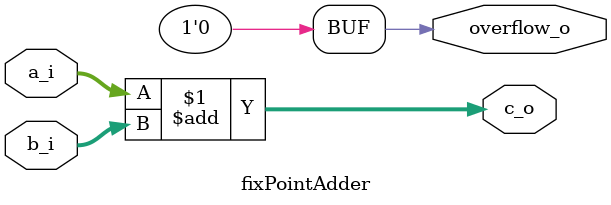
<source format=sv>
module fixPointAdder#(parameter N_BITS=32)
							(input logic[N_BITS-1:0] a_i,
							input logic[N_BITS-1:0] b_i,
							output logic[N_BITS-1:0] c_o,
							output logic overflow_o);
					
assign c_o = a_i+b_i;
assign overflow_o = 1'b0;
endmodule
</source>
